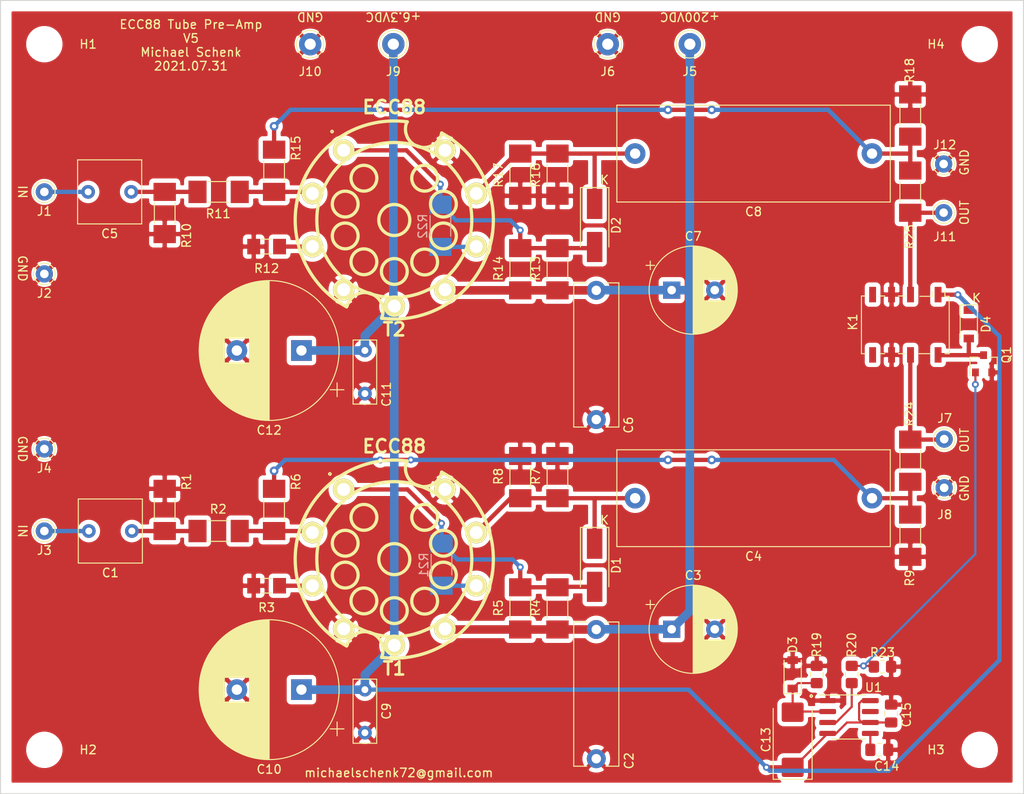
<source format=kicad_pcb>
(kicad_pcb (version 20171130) (host pcbnew "(5.1.10-0-10_14)")
  (layers (0 F.Cu signal) (31 B.Cu signal) (34 B.Paste user) (35 F.Paste user) (36 B.SilkS user) (37 F.SilkS user) (38 B.Mask user) (39 F.Mask user) (44 Edge.Cuts user))
  (net 0 "")
  (net 1 "Net-(C1-Pad2)")
  (net 2 "Net-(C1-Pad1)")
  (net 3 GND)
  (net 4 VDDA)
  (net 5 "Net-(C4-Pad2)")
  (net 6 "Net-(C4-Pad1)")
  (net 7 VDDF)
  (net 8 "Net-(R2-Pad1)")
  (net 9 "Net-(R3-Pad1)")
  (net 10 "Net-(C5-Pad2)")
  (net 11 "Net-(C5-Pad1)")
  (net 12 "Net-(C8-Pad2)")
  (net 13 "Net-(C8-Pad1)")
  (net 14 "Net-(R11-Pad1)")
  (net 15 "Net-(R12-Pad1)")
  (net 16 "Net-(D1-Pad2)")
  (net 17 "Net-(D2-Pad2)")
  (net 18 "Net-(R21-Pad2)")
  (net 19 "Net-(R22-Pad2)")
  (net 20 "Net-(C13-Pad2)")
  (net 21 "Net-(C14-Pad1)")
  (net 22 "Net-(D4-Pad2)")
  (net 23 "Net-(J11-Pad1)")
  (net 24 "Net-(Q1-Pad1)")
  (net 25 "Net-(R20-Pad2)")
  (net 26 "Net-(J7-Pad1)")
  (module Capacitor_THT:CP_Radial_D10.0mm_P5.00mm (layer F.Cu) (at 116.6368 104.7496)
    (fp_text reference C7 (at 2.5 -6.25) (layer F.SilkS))
    (fp_text value 10uF/450V)
    (pad 2 thru_hole circle (at 5 0) (size 2 2) (drill 1) (layers *.Cu *.Mask) (net 3 GND))
    (pad 1 thru_hole rect (at 0 0) (size 2 2) (drill 1) (layers *.Cu *.Mask) (net 4 VDDA))
  )
  (module Capacitor_THT:CP_Radial_D10.0mm_P5.00mm (layer F.Cu) (at 116.6368 144.1196)
    (fp_text reference C3 (at 2.5 -6.25) (layer F.SilkS))
    (fp_text value 10uF/450V)
    (pad 2 thru_hole circle (at 5 0) (size 2 2) (drill 1) (layers *.Cu *.Mask) (net 3 GND))
    (pad 1 thru_hole rect (at 0 0) (size 2 2) (drill 1) (layers *.Cu *.Mask) (net 4 VDDA))
  )
  (module Resistor_SMD:R_MELF_MMB-0207 (layer F.Cu) (at 144.3355 124.55 270)
    (fp_text reference R24 (at -5.424 0.0635 90) (layer F.SilkS))
    (fp_text value 470R)
    (pad 2 smd rect (at 2.45 0 270) (size 2.1 2.6) (layers F.Cu F.Paste F.Mask) (net 6 "Net-(C4-Pad1)"))
    (pad 1 smd rect (at -2.45 0 270) (size 2.1 2.6) (layers F.Cu F.Paste F.Mask) (net 26 "Net-(J7-Pad1)"))
  )
  (module Resistor_SMD:R_MELF_MMB-0207 (layer F.Cu) (at 144.3355 93.3185 90)
    (fp_text reference R25 (at -5.2335 -0.0635 90) (layer F.SilkS))
    (fp_text value 470R)
    (pad 2 smd rect (at 2.45 0 90) (size 2.1 2.6) (layers F.Cu F.Paste F.Mask) (net 13 "Net-(C8-Pad1)"))
    (pad 1 smd rect (at -2.45 0 90) (size 2.1 2.6) (layers F.Cu F.Paste F.Mask) (net 23 "Net-(J11-Pad1)"))
  )
  (module Relay_SMD:Relay_DPDT_Omron_G6K-2F-Y (layer F.Cu) (at 143.764 108.768 270)
    (fp_text reference K1 (at -0.31 6.096 90) (layer F.SilkS))
    (fp_text value G6K-2)
    (pad 1 smd rect (at -3.5 -3.8 270) (size 1.8 0.8) (layers F.Cu F.Paste F.Mask) (net 7 VDDF))
    (pad 2 smd rect (at -3.5 -0.6 270) (size 1.8 0.8) (layers F.Cu F.Paste F.Mask) (net 23 "Net-(J11-Pad1)"))
    (pad 3 smd rect (at -3.5 1.6 270) (size 1.8 0.8) (layers F.Cu F.Paste F.Mask) (net 3 GND))
    (pad 4 smd rect (at -3.5 3.8 270) (size 1.8 0.8) (layers F.Cu F.Paste F.Mask))
    (pad 5 smd rect (at 3.5 3.8 270) (size 1.8 0.8) (layers F.Cu F.Paste F.Mask))
    (pad 6 smd rect (at 3.5 1.6 270) (size 1.8 0.8) (layers F.Cu F.Paste F.Mask) (net 3 GND))
    (pad 7 smd rect (at 3.5 -0.6 270) (size 1.8 0.8) (layers F.Cu F.Paste F.Mask) (net 26 "Net-(J7-Pad1)"))
    (pad 8 smd rect (at 3.5 -3.8 270) (size 1.8 0.8) (layers F.Cu F.Paste F.Mask) (net 22 "Net-(D4-Pad2)"))
  )
  (module Package_SO:SOIC-8_3.9x4.9mm_P1.27mm (layer F.Cu) (at 137.222 154.305)
    (fp_text reference U1 (at 2.859 -3.429) (layer F.SilkS))
    (fp_text value TLC555xD)
    (pad 8 smd roundrect (at 2.475 -1.905) (size 1.95 0.6) (layers F.Cu F.Paste F.Mask) (net 7 VDDF))
    (pad 7 smd roundrect (at 2.475 -0.635) (size 1.95 0.6) (layers F.Cu F.Paste F.Mask))
    (pad 6 smd roundrect (at 2.475 0.635) (size 1.95 0.6) (layers F.Cu F.Paste F.Mask) (net 7 VDDF))
    (pad 5 smd roundrect (at 2.475 1.905) (size 1.95 0.6) (layers F.Cu F.Paste F.Mask) (net 21 "Net-(C14-Pad1)"))
    (pad 4 smd roundrect (at -2.475 1.905) (size 1.95 0.6) (layers F.Cu F.Paste F.Mask) (net 7 VDDF))
    (pad 3 smd roundrect (at -2.475 0.635) (size 1.95 0.6) (layers F.Cu F.Paste F.Mask) (net 25 "Net-(R20-Pad2)"))
    (pad 2 smd roundrect (at -2.475 -0.635) (size 1.95 0.6) (layers F.Cu F.Paste F.Mask) (net 20 "Net-(C13-Pad2)"))
    (pad 1 smd roundrect (at -2.475 -1.905) (size 1.95 0.6) (layers F.Cu F.Paste F.Mask) (net 3 GND))
  )
  (module Resistor_SMD:R_0805_2012Metric_Pad1.20x1.40mm_HandSolder (layer F.Cu) (at 141.113 148.463)
    (fp_text reference R23 (at 0 -1.65) (layer F.SilkS))
    (fp_text value 2.49k)
    (pad 2 smd roundrect (at 1 0) (size 1.2 1.4) (layers F.Cu F.Paste F.Mask) (roundrect_rratio 0.2083325) (net 3 GND))
    (pad 1 smd roundrect (at -1 0) (size 1.2 1.4) (layers F.Cu F.Paste F.Mask) (roundrect_rratio 0.2083325) (net 24 "Net-(Q1-Pad1)"))
  )
  (module Resistor_SMD:R_0805_2012Metric_Pad1.20x1.40mm_HandSolder (layer F.Cu) (at 137.541 149.368 270)
    (fp_text reference R20 (at -3.445 0 90) (layer F.SilkS))
    (fp_text value 2.49k)
    (pad 2 smd roundrect (at 1 0 270) (size 1.2 1.4) (layers F.Cu F.Paste F.Mask) (roundrect_rratio 0.2083325) (net 25 "Net-(R20-Pad2)"))
    (pad 1 smd roundrect (at -1 0 270) (size 1.2 1.4) (layers F.Cu F.Paste F.Mask) (roundrect_rratio 0.2083325) (net 24 "Net-(Q1-Pad1)"))
  )
  (module Resistor_SMD:R_0805_2012Metric_Pad1.20x1.40mm_HandSolder (layer F.Cu) (at 133.477 149.368 90)
    (fp_text reference R19 (at 3.445 0 90) (layer F.SilkS))
    (fp_text value 2Meg)
    (pad 2 smd roundrect (at 1 0 90) (size 1.2 1.4) (layers F.Cu F.Paste F.Mask) (roundrect_rratio 0.2083325) (net 3 GND))
    (pad 1 smd roundrect (at -1 0 90) (size 1.2 1.4) (layers F.Cu F.Paste F.Mask) (roundrect_rratio 0.2083325) (net 20 "Net-(C13-Pad2)"))
  )
  (module Package_TO_SOT_SMD:SOT-23 (layer F.Cu) (at 152.847 113.3 90)
    (fp_text reference Q1 (at 1.032 2.667 90) (layer F.SilkS))
    (fp_text value MMBT3904)
    (pad 3 smd rect (at 1 0 90) (size 0.9 0.8) (layers F.Cu F.Paste F.Mask) (net 22 "Net-(D4-Pad2)"))
    (pad 2 smd rect (at -1 0.95 90) (size 0.9 0.8) (layers F.Cu F.Paste F.Mask) (net 3 GND))
    (pad 1 smd rect (at -1 -0.95 90) (size 0.9 0.8) (layers F.Cu F.Paste F.Mask) (net 24 "Net-(Q1-Pad1)"))
  )
  (module Diode_SMD:D_SOD-123 (layer F.Cu) (at 151.13 108.712 270)
    (fp_text reference D4 (at 0 -2 90) (layer F.SilkS))
    (fp_text value 1N4148W)
    (pad 2 smd rect (at 1.65 0 270) (size 0.9 1.2) (layers F.Cu F.Paste F.Mask) (net 22 "Net-(D4-Pad2)"))
    (pad 1 smd rect (at -1.65 0 270) (size 0.9 1.2) (layers F.Cu F.Paste F.Mask) (net 7 VDDF))
  )
  (module Diode_SMD:D_SOD-123 (layer F.Cu) (at 130.683 149.352 90)
    (fp_text reference D3 (at 3.429 0 90) (layer F.SilkS))
    (fp_text value 1N4148W)
    (pad 2 smd rect (at 1.65 0 90) (size 0.9 1.2) (layers F.Cu F.Paste F.Mask) (net 3 GND))
    (pad 1 smd rect (at -1.65 0 90) (size 0.9 1.2) (layers F.Cu F.Paste F.Mask) (net 20 "Net-(C13-Pad2)"))
  )
  (module Capacitor_SMD:C_0805_2012Metric_Pad1.18x1.45mm_HandSolder (layer F.Cu) (at 142.113 153.9025 90)
    (fp_text reference C15 (at -0.1485 1.778 90) (layer F.SilkS))
    (fp_text value 100nF/50V)
    (pad 2 smd roundrect (at 1.0375 0 90) (size 1.175 1.45) (layers F.Cu F.Paste F.Mask) (roundrect_rratio 0.2127659574468085) (net 3 GND))
    (pad 1 smd roundrect (at -1.0375 0 90) (size 1.175 1.45) (layers F.Cu F.Paste F.Mask) (roundrect_rratio 0.2127659574468085) (net 7 VDDF))
  )
  (module Capacitor_SMD:C_0805_2012Metric_Pad1.18x1.45mm_HandSolder (layer F.Cu) (at 140.7375 158.115)
    (fp_text reference C14 (at 0.8675 1.905) (layer F.SilkS))
    (fp_text value 100nF/50V)
    (pad 2 smd roundrect (at 1.0375 0) (size 1.175 1.45) (layers F.Cu F.Paste F.Mask) (roundrect_rratio 0.2127659574468085) (net 3 GND))
    (pad 1 smd roundrect (at -1.0375 0) (size 1.175 1.45) (layers F.Cu F.Paste F.Mask) (roundrect_rratio 0.2127659574468085) (net 21 "Net-(C14-Pad1)"))
  )
  (module Capacitor_Tantalum_SMD:CP_EIA-7343-31_Kemet-D_Pad2.25x2.55mm_HandSolder (layer F.Cu) (at 130.683 156.947 90)
    (fp_text reference C13 (at 0 -3.1 90) (layer F.SilkS))
    (fp_text value 15uF/25V)
    (pad 2 smd roundrect (at 3.2 0 90) (size 2.25 2.55) (layers F.Cu F.Paste F.Mask) (roundrect_rratio 0.1111106666666667) (net 20 "Net-(C13-Pad2)"))
    (pad 1 smd roundrect (at -3.2 0 90) (size 2.25 2.55) (layers F.Cu F.Paste F.Mask) (roundrect_rratio 0.1111106666666667) (net 7 VDDF))
  )
  (module kicad-snk:TubeNoval-ECC88 (layer F.Cu) (at 84.43976 96.6089 180)
    (fp_text reference T2 (at 0 -12.7) (layer F.SilkS) (effects (font (size 1.524 1.524) (thickness 0.3048))))
    (fp_text value ECC88 (at 0 13.09878) (layer F.SilkS) (effects (font (size 1.524 1.524) (thickness 0.3048))))
    (pad 1 thru_hole circle (at 5.87756 8.0899 180) (size 2.49936 2.49936) (drill 1.4986) (layers *.Cu *.Mask F.SilkS) (net 17 "Net-(D2-Pad2)"))
    (pad 2 thru_hole circle (at 9.50976 3.0861 180) (size 2.49936 2.49936) (drill 1.4986) (layers *.Cu *.Mask F.SilkS) (net 14 "Net-(R11-Pad1)"))
    (pad 3 thru_hole circle (at 9.50976 -3.0861 180) (size 2.49936 2.49936) (drill 1.4986) (layers *.Cu *.Mask F.SilkS) (net 15 "Net-(R12-Pad1)"))
    (pad 4 thru_hole circle (at 5.87756 -8.0899 180) (size 2.49936 2.49936) (drill 1.4986) (layers *.Cu *.Mask F.SilkS) (net 3 GND))
    (pad 5 thru_hole circle (at 0 -9.99998 180) (size 2.49936 2.49936) (drill 1.4986) (layers *.Cu *.Mask F.SilkS) (net 7 VDDF))
    (pad 6 thru_hole circle (at -5.87756 -8.0899 180) (size 2.49936 2.49936) (drill 1.4986) (layers *.Cu *.Mask F.SilkS) (net 4 VDDA))
    (pad 7 thru_hole circle (at -9.50976 -3.0861 180) (size 2.49936 2.49936) (drill 1.4986) (layers *.Cu *.Mask F.SilkS) (net 19 "Net-(R22-Pad2)"))
    (pad 8 thru_hole circle (at -9.50976 3.0861 180) (size 2.49936 2.49936) (drill 1.4986) (layers *.Cu *.Mask F.SilkS) (net 12 "Net-(C8-Pad2)"))
    (pad 9 thru_hole circle (at -5.87756 8.0899 180) (size 2.49936 2.49936) (drill 1.4986) (layers *.Cu *.Mask F.SilkS) (net 3 GND))
  )
  (module kicad-snk:TubeNoval-ECC88 (layer F.Cu) (at 84.43976 135.9789 180)
    (fp_text reference T1 (at 0 -12.7) (layer F.SilkS) (effects (font (size 1.524 1.524) (thickness 0.3048))))
    (fp_text value ECC88 (at 0 13.09878) (layer F.SilkS) (effects (font (size 1.524 1.524) (thickness 0.3048))))
    (pad 1 thru_hole circle (at 5.87756 8.0899 180) (size 2.49936 2.49936) (drill 1.4986) (layers *.Cu *.Mask F.SilkS) (net 16 "Net-(D1-Pad2)"))
    (pad 2 thru_hole circle (at 9.50976 3.0861 180) (size 2.49936 2.49936) (drill 1.4986) (layers *.Cu *.Mask F.SilkS) (net 8 "Net-(R2-Pad1)"))
    (pad 3 thru_hole circle (at 9.50976 -3.0861 180) (size 2.49936 2.49936) (drill 1.4986) (layers *.Cu *.Mask F.SilkS) (net 9 "Net-(R3-Pad1)"))
    (pad 4 thru_hole circle (at 5.87756 -8.0899 180) (size 2.49936 2.49936) (drill 1.4986) (layers *.Cu *.Mask F.SilkS) (net 3 GND))
    (pad 5 thru_hole circle (at 0 -9.99998 180) (size 2.49936 2.49936) (drill 1.4986) (layers *.Cu *.Mask F.SilkS) (net 7 VDDF))
    (pad 6 thru_hole circle (at -5.87756 -8.0899 180) (size 2.49936 2.49936) (drill 1.4986) (layers *.Cu *.Mask F.SilkS) (net 4 VDDA))
    (pad 7 thru_hole circle (at -9.50976 -3.0861 180) (size 2.49936 2.49936) (drill 1.4986) (layers *.Cu *.Mask F.SilkS) (net 18 "Net-(R21-Pad2)"))
    (pad 8 thru_hole circle (at -9.50976 3.0861 180) (size 2.49936 2.49936) (drill 1.4986) (layers *.Cu *.Mask F.SilkS) (net 5 "Net-(C4-Pad2)"))
    (pad 9 thru_hole circle (at -5.87756 8.0899 180) (size 2.49936 2.49936) (drill 1.4986) (layers *.Cu *.Mask F.SilkS) (net 3 GND))
  )
  (module Diode_SMD:D_SMA_Handsoldering (layer F.Cu) (at 107.696 97.242 270)
    (fp_text reference D2 (at 0 -2.5 90) (layer F.SilkS))
    (fp_text value 1N4007)
    (pad 2 smd rect (at 2.5 0 270) (size 3.5 1.8) (layers F.Cu F.Paste F.Mask) (net 17 "Net-(D2-Pad2)"))
    (pad 1 smd rect (at -2.5 0 270) (size 3.5 1.8) (layers F.Cu F.Paste F.Mask) (net 12 "Net-(C8-Pad2)"))
  )
  (module Diode_SMD:D_SMA_Handsoldering (layer F.Cu) (at 107.696 136.692 270)
    (fp_text reference D1 (at 0 -2.5 90) (layer F.SilkS))
    (fp_text value 1N4007)
    (pad 2 smd rect (at 2.5 0 270) (size 3.5 1.8) (layers F.Cu F.Paste F.Mask) (net 16 "Net-(D1-Pad2)"))
    (pad 1 smd rect (at -2.5 0 270) (size 3.5 1.8) (layers F.Cu F.Paste F.Mask) (net 5 "Net-(C4-Pad2)"))
  )
  (module Resistor_SMD:R_MELF_MMB-0207 (layer B.Cu) (at 89.789 97.282 270)
    (fp_text reference R22 (at 0.05 2.05 270) (layer B.SilkS) (effects (justify mirror)))
    (fp_text value 100R)
    (pad 2 smd rect (at 2.45 0 270) (size 2.1 2.6) (layers B.Cu B.Paste B.Mask) (net 19 "Net-(R22-Pad2)"))
    (pad 1 smd rect (at -2.45 0 270) (size 2.1 2.6) (layers B.Cu B.Paste B.Mask) (net 17 "Net-(D2-Pad2)"))
  )
  (module Resistor_SMD:R_MELF_MMB-0207 (layer B.Cu) (at 89.916 136.615 270)
    (fp_text reference R21 (at 0.05 2.05 90) (layer B.SilkS) (effects (justify mirror)))
    (fp_text value 100R)
    (pad 2 smd rect (at 2.45 0 270) (size 2.1 2.6) (layers B.Cu B.Paste B.Mask) (net 18 "Net-(R21-Pad2)"))
    (pad 1 smd rect (at -2.45 0 270) (size 2.1 2.6) (layers B.Cu B.Paste B.Mask) (net 16 "Net-(D1-Pad2)"))
  )
  (module Capacitor_THT:C_Rect_L31.5mm_W11.0mm_P27.50mm_MKS4 (layer F.Cu) (at 139.895 88.9 180)
    (fp_text reference C8 (at 13.75 -6.75) (layer F.SilkS))
    (fp_text value 2.2uF)
    (pad 2 thru_hole circle (at 27.5 0 180) (size 2.4 2.4) (drill 1.2) (layers *.Cu *.Mask) (net 12 "Net-(C8-Pad2)"))
    (pad 1 thru_hole circle (at 0 0 180) (size 2.4 2.4) (drill 1.2) (layers *.Cu *.Mask) (net 13 "Net-(C8-Pad1)"))
  )
  (module Capacitor_THT:C_Rect_L31.5mm_W11.0mm_P27.50mm_MKS4 (layer F.Cu) (at 139.895 128.905 180)
    (fp_text reference C4 (at 13.75 -6.75) (layer F.SilkS))
    (fp_text value 2.2uF)
    (pad 2 thru_hole circle (at 27.5 0 180) (size 2.4 2.4) (drill 1.2) (layers *.Cu *.Mask) (net 5 "Net-(C4-Pad2)"))
    (pad 1 thru_hole circle (at 0 0 180) (size 2.4 2.4) (drill 1.2) (layers *.Cu *.Mask) (net 6 "Net-(C4-Pad1)"))
  )
  (module Capacitor_THT:CP_Radial_D16.0mm_P7.50mm (layer F.Cu) (at 73.66 111.76 180)
    (fp_text reference C12 (at 3.75 -9.25) (layer F.SilkS))
    (fp_text value 2200uF)
    (pad 2 thru_hole circle (at 7.5 0 180) (size 2.4 2.4) (drill 1.2) (layers *.Cu *.Mask) (net 3 GND))
    (pad 1 thru_hole rect (at 0 0 180) (size 2.4 2.4) (drill 1.2) (layers *.Cu *.Mask) (net 7 VDDF))
  )
  (module Capacitor_THT:C_Rect_L7.2mm_W2.5mm_P5.00mm_FKS2_FKP2_MKS2_MKP2 (layer F.Cu) (at 81.026 111.76 270)
    (fp_text reference C11 (at 5.08 -2.5 90) (layer F.SilkS))
    (fp_text value 100nF)
    (pad 2 thru_hole circle (at 5 0 270) (size 1.6 1.6) (drill 0.8) (layers *.Cu *.Mask) (net 3 GND))
    (pad 1 thru_hole circle (at 0 0 270) (size 1.6 1.6) (drill 0.8) (layers *.Cu *.Mask) (net 7 VDDF))
  )
  (module Capacitor_THT:CP_Radial_D16.0mm_P7.50mm (layer F.Cu) (at 73.66 151.13 180)
    (fp_text reference C10 (at 3.75 -9.25) (layer F.SilkS))
    (fp_text value 2200uF)
    (pad 2 thru_hole circle (at 7.5 0 180) (size 2.4 2.4) (drill 1.2) (layers *.Cu *.Mask) (net 3 GND))
    (pad 1 thru_hole rect (at 0 0 180) (size 2.4 2.4) (drill 1.2) (layers *.Cu *.Mask) (net 7 VDDF))
  )
  (module Capacitor_THT:C_Rect_L7.2mm_W2.5mm_P5.00mm_FKS2_FKP2_MKS2_MKP2 (layer F.Cu) (at 81.026 151.13 270)
    (fp_text reference C9 (at 2.5 -2.5 90) (layer F.SilkS))
    (fp_text value 100nF)
    (pad 2 thru_hole circle (at 5 0 270) (size 1.6 1.6) (drill 0.8) (layers *.Cu *.Mask) (net 3 GND))
    (pad 1 thru_hole circle (at 0 0 270) (size 1.6 1.6) (drill 0.8) (layers *.Cu *.Mask) (net 7 VDDF))
  )
  (module Resistor_SMD:R_MELF_MMB-0207 (layer F.Cu) (at 144.3355 84.4815 90)
    (fp_text reference R18 (at 5.2335 -0.0635 90) (layer F.SilkS))
    (fp_text value 1Meg)
    (pad 2 smd rect (at 2.45 0 90) (size 2.1 2.6) (layers F.Cu F.Paste F.Mask) (net 3 GND))
    (pad 1 smd rect (at -2.45 0 90) (size 2.1 2.6) (layers F.Cu F.Paste F.Mask) (net 13 "Net-(C8-Pad1)"))
  )
  (module Resistor_SMD:R_MELF_MMB-0207 (layer F.Cu) (at 99.06 91.35 270)
    (fp_text reference R17 (at 0.05 2.54 90) (layer F.SilkS))
    (fp_text value 39k)
    (pad 2 smd rect (at 2.45 0 270) (size 2.1 2.6) (layers F.Cu F.Paste F.Mask) (net 3 GND))
    (pad 1 smd rect (at -2.45 0 270) (size 2.1 2.6) (layers F.Cu F.Paste F.Mask) (net 12 "Net-(C8-Pad2)"))
  )
  (module Resistor_SMD:R_MELF_MMB-0207 (layer F.Cu) (at 103.378 91.35 270)
    (fp_text reference R16 (at 0.05 2.54 90) (layer F.SilkS))
    (fp_text value 56k)
    (pad 2 smd rect (at 2.45 0 270) (size 2.1 2.6) (layers F.Cu F.Paste F.Mask) (net 3 GND))
    (pad 1 smd rect (at -2.45 0 270) (size 2.1 2.6) (layers F.Cu F.Paste F.Mask) (net 12 "Net-(C8-Pad2)"))
  )
  (module Resistor_SMD:R_MELF_MMB-0207 (layer F.Cu) (at 70.485 90.895 270)
    (fp_text reference R15 (at -2.63 -2.54 90) (layer F.SilkS))
    (fp_text value 100k)
    (pad 2 smd rect (at 2.45 0 270) (size 2.1 2.6) (layers F.Cu F.Paste F.Mask) (net 14 "Net-(R11-Pad1)"))
    (pad 1 smd rect (at -2.45 0 270) (size 2.1 2.6) (layers F.Cu F.Paste F.Mask) (net 13 "Net-(C8-Pad1)"))
  )
  (module Resistor_SMD:R_MELF_MMB-0207 (layer F.Cu) (at 99.06 102.325 90)
    (fp_text reference R14 (at 0.09 -2.54 90) (layer F.SilkS))
    (fp_text value 39k)
    (pad 2 smd rect (at 2.45 0 90) (size 2.1 2.6) (layers F.Cu F.Paste F.Mask) (net 17 "Net-(D2-Pad2)"))
    (pad 1 smd rect (at -2.45 0 90) (size 2.1 2.6) (layers F.Cu F.Paste F.Mask) (net 4 VDDA))
  )
  (module Resistor_SMD:R_MELF_MMB-0207 (layer F.Cu) (at 103.378 102.325 90)
    (fp_text reference R13 (at 0.09 -2.54 90) (layer F.SilkS))
    (fp_text value 56k)
    (pad 2 smd rect (at 2.45 0 90) (size 2.1 2.6) (layers F.Cu F.Paste F.Mask) (net 17 "Net-(D2-Pad2)"))
    (pad 1 smd rect (at -2.45 0 90) (size 2.1 2.6) (layers F.Cu F.Paste F.Mask) (net 4 VDDA))
  )
  (module Resistor_SMD:R_MiniMELF_MMA-0204 (layer F.Cu) (at 69.62 99.695 180)
    (fp_text reference R12 (at 0 -2.54) (layer F.SilkS))
    (fp_text value 1.21k)
    (pad 2 smd rect (at 1.5 0 180) (size 1.5 1.8) (layers F.Cu F.Paste F.Mask) (net 3 GND))
    (pad 1 smd rect (at -1.5 0 180) (size 1.5 1.8) (layers F.Cu F.Paste F.Mask) (net 15 "Net-(R12-Pad1)"))
  )
  (module Resistor_SMD:R_MELF_MMB-0207 (layer F.Cu) (at 64.045 93.345 180)
    (fp_text reference R11 (at 0.05 -2.54) (layer F.SilkS))
    (fp_text value 47k)
    (pad 2 smd rect (at 2.45 0 180) (size 2.1 2.6) (layers F.Cu F.Paste F.Mask) (net 11 "Net-(C5-Pad1)"))
    (pad 1 smd rect (at -2.45 0 180) (size 2.1 2.6) (layers F.Cu F.Paste F.Mask) (net 14 "Net-(R11-Pad1)"))
  )
  (module Resistor_SMD:R_MELF_MMB-0207 (layer F.Cu) (at 57.785 95.795 270)
    (fp_text reference R10 (at 2.63 -2.54 90) (layer F.SilkS))
    (fp_text value 1Meg)
    (pad 2 smd rect (at 2.45 0 270) (size 2.1 2.6) (layers F.Cu F.Paste F.Mask) (net 3 GND))
    (pad 1 smd rect (at -2.45 0 270) (size 2.1 2.6) (layers F.Cu F.Paste F.Mask) (net 11 "Net-(C5-Pad1)"))
  )
  (module Connector_Pin:Pin_D1.0mm_L10.0mm (layer F.Cu) (at 148.209 90.1065)
    (fp_text reference J12 (at 0.127 -2.2225) (layer F.SilkS))
    (fp_text value Conn_01x01)
    (pad 1 thru_hole circle (at 0 0) (size 2 2) (drill 1) (layers *.Cu *.Mask) (net 3 GND))
  )
  (module Connector_Pin:Pin_D1.0mm_L10.0mm (layer F.Cu) (at 148.209 95.758)
    (fp_text reference J11 (at 0.127 2.794) (layer F.SilkS))
    (fp_text value Conn_01x01)
    (pad 1 thru_hole circle (at 0 0) (size 2 2) (drill 1) (layers *.Cu *.Mask) (net 23 "Net-(J11-Pad1)"))
  )
  (module Connector_Pin:Pin_D1.3mm_L11.0mm (layer F.Cu) (at 74.676 76.2)
    (fp_text reference J10 (at 0 3.175) (layer F.SilkS))
    (fp_text value Conn_01x01)
    (pad 1 thru_hole circle (at 0 0) (size 2.6 2.6) (drill 1.3) (layers *.Cu *.Mask) (net 3 GND))
  )
  (module Connector_Pin:Pin_D1.3mm_L11.0mm (layer F.Cu) (at 84.328 76.2)
    (fp_text reference J9 (at 0 3.175) (layer F.SilkS))
    (fp_text value Conn_01x01)
    (pad 1 thru_hole circle (at 0 0) (size 2.6 2.6) (drill 1.3) (layers *.Cu *.Mask) (net 7 VDDF))
  )
  (module Connector_Pin:Pin_D1.0mm_L10.0mm (layer F.Cu) (at 43.815 102.87)
    (fp_text reference J2 (at 0 2.25) (layer F.SilkS))
    (fp_text value Conn_01x01)
    (pad 1 thru_hole circle (at 0 0) (size 2 2) (drill 1) (layers *.Cu *.Mask) (net 3 GND))
  )
  (module Connector_Pin:Pin_D1.0mm_L10.0mm (layer F.Cu) (at 43.815 93.345)
    (fp_text reference J1 (at 0 2.25) (layer F.SilkS))
    (fp_text value Conn_01x01)
    (pad 1 thru_hole circle (at 0 0) (size 2 2) (drill 1) (layers *.Cu *.Mask) (net 10 "Net-(C5-Pad2)"))
  )
  (module Capacitor_THT:C_Rect_L16.5mm_W5.0mm_P15.00mm_MKT (layer F.Cu) (at 107.8865 104.775 270)
    (fp_text reference C6 (at 15.635 -3.75 90) (layer F.SilkS))
    (fp_text value 100nF)
    (pad 2 thru_hole circle (at 15 0 270) (size 2.2 2.2) (drill 1.1) (layers *.Cu *.Mask) (net 3 GND))
    (pad 1 thru_hole circle (at 0 0 270) (size 2.2 2.2) (drill 1.1) (layers *.Cu *.Mask) (net 4 VDDA))
  )
  (module Capacitor_THT:C_Rect_L7.2mm_W7.2mm_P5.00mm_FKS2_FKP2_MKS2_MKP2 (layer F.Cu) (at 53.895 93.345 180)
    (fp_text reference C5 (at 2.5 -4.85) (layer F.SilkS))
    (fp_text value 3.3uF)
    (pad 2 thru_hole circle (at 5 0 180) (size 1.6 1.6) (drill 0.8) (layers *.Cu *.Mask) (net 10 "Net-(C5-Pad2)"))
    (pad 1 thru_hole circle (at 0 0 180) (size 1.6 1.6) (drill 0.8) (layers *.Cu *.Mask) (net 11 "Net-(C5-Pad1)"))
  )
  (module Resistor_SMD:R_MELF_MMB-0207 (layer F.Cu) (at 144.3355 133.26 90)
    (fp_text reference R9 (at -4.916 -0.0635 90) (layer F.SilkS))
    (fp_text value 1Meg)
    (pad 2 smd rect (at 2.45 0 90) (size 2.1 2.6) (layers F.Cu F.Paste F.Mask) (net 6 "Net-(C4-Pad1)"))
    (pad 1 smd rect (at -2.45 0 90) (size 2.1 2.6) (layers F.Cu F.Paste F.Mask) (net 3 GND))
  )
  (module Resistor_SMD:R_MELF_MMB-0207 (layer F.Cu) (at 99.06 126.455 90)
    (fp_text reference R8 (at 0.09 -2.54 90) (layer F.SilkS))
    (fp_text value 39k)
    (pad 2 smd rect (at 2.45 0 90) (size 2.1 2.6) (layers F.Cu F.Paste F.Mask) (net 3 GND))
    (pad 1 smd rect (at -2.45 0 90) (size 2.1 2.6) (layers F.Cu F.Paste F.Mask) (net 5 "Net-(C4-Pad2)"))
  )
  (module Resistor_SMD:R_MELF_MMB-0207 (layer F.Cu) (at 103.378 126.455 90)
    (fp_text reference R7 (at 0.09 -2.54 90) (layer F.SilkS))
    (fp_text value 56k)
    (pad 2 smd rect (at 2.45 0 90) (size 2.1 2.6) (layers F.Cu F.Paste F.Mask) (net 3 GND))
    (pad 1 smd rect (at -2.45 0 90) (size 2.1 2.6) (layers F.Cu F.Paste F.Mask) (net 5 "Net-(C4-Pad2)"))
  )
  (module Resistor_SMD:R_MELF_MMB-0207 (layer F.Cu) (at 70.485 130.265 270)
    (fp_text reference R6 (at -3.265 -2.54 90) (layer F.SilkS))
    (fp_text value 100k)
    (pad 2 smd rect (at 2.45 0 270) (size 2.1 2.6) (layers F.Cu F.Paste F.Mask) (net 8 "Net-(R2-Pad1)"))
    (pad 1 smd rect (at -2.45 0 270) (size 2.1 2.6) (layers F.Cu F.Paste F.Mask) (net 6 "Net-(C4-Pad1)"))
  )
  (module Resistor_SMD:R_MELF_MMB-0207 (layer F.Cu) (at 99.06 141.695 90)
    (fp_text reference R5 (at 0.05 -2.54 90) (layer F.SilkS))
    (fp_text value 39k)
    (pad 2 smd rect (at 2.45 0 90) (size 2.1 2.6) (layers F.Cu F.Paste F.Mask) (net 16 "Net-(D1-Pad2)"))
    (pad 1 smd rect (at -2.45 0 90) (size 2.1 2.6) (layers F.Cu F.Paste F.Mask) (net 4 VDDA))
  )
  (module Resistor_SMD:R_MELF_MMB-0207 (layer F.Cu) (at 103.378 141.695 90)
    (fp_text reference R4 (at 0.05 -2.54 90) (layer F.SilkS))
    (fp_text value 56k)
    (pad 2 smd rect (at 2.45 0 90) (size 2.1 2.6) (layers F.Cu F.Paste F.Mask) (net 16 "Net-(D1-Pad2)"))
    (pad 1 smd rect (at -2.45 0 90) (size 2.1 2.6) (layers F.Cu F.Paste F.Mask) (net 4 VDDA))
  )
  (module Resistor_SMD:R_MiniMELF_MMA-0204 (layer F.Cu) (at 69.62 139.065 180)
    (fp_text reference R3 (at 0 -2.54) (layer F.SilkS))
    (fp_text value 1.21k)
    (pad 2 smd rect (at 1.5 0 180) (size 1.5 1.8) (layers F.Cu F.Paste F.Mask) (net 3 GND))
    (pad 1 smd rect (at -1.5 0 180) (size 1.5 1.8) (layers F.Cu F.Paste F.Mask) (net 9 "Net-(R3-Pad1)"))
  )
  (module Resistor_SMD:R_MELF_MMB-0207 (layer F.Cu) (at 64.045 132.715 180)
    (fp_text reference R2 (at 0.05 2.54) (layer F.SilkS))
    (fp_text value 47k)
    (pad 2 smd rect (at 2.45 0 180) (size 2.1 2.6) (layers F.Cu F.Paste F.Mask) (net 2 "Net-(C1-Pad1)"))
    (pad 1 smd rect (at -2.45 0 180) (size 2.1 2.6) (layers F.Cu F.Paste F.Mask) (net 8 "Net-(R2-Pad1)"))
  )
  (module Resistor_SMD:R_MELF_MMB-0207 (layer F.Cu) (at 57.785 130.265 90)
    (fp_text reference R1 (at 3.265 2.54 90) (layer F.SilkS))
    (fp_text value 1Meg)
    (pad 2 smd rect (at 2.45 0 90) (size 2.1 2.6) (layers F.Cu F.Paste F.Mask) (net 3 GND))
    (pad 1 smd rect (at -2.45 0 90) (size 2.1 2.6) (layers F.Cu F.Paste F.Mask) (net 2 "Net-(C1-Pad1)"))
  )
  (module Connector_Pin:Pin_D1.0mm_L10.0mm (layer F.Cu) (at 148.2725 127.6985)
    (fp_text reference J8 (at 0.0635 3.1115) (layer F.SilkS))
    (fp_text value Conn_01x01)
    (pad 1 thru_hole circle (at 0 0) (size 2 2) (drill 1) (layers *.Cu *.Mask) (net 3 GND))
  )
  (module Connector_Pin:Pin_D1.0mm_L10.0mm (layer F.Cu) (at 148.2725 122.047)
    (fp_text reference J7 (at 0.0635 -2.413) (layer F.SilkS))
    (fp_text value Conn_01x01)
    (pad 1 thru_hole circle (at 0 0) (size 2 2) (drill 1) (layers *.Cu *.Mask) (net 26 "Net-(J7-Pad1)"))
  )
  (module Connector_Pin:Pin_D1.3mm_L11.0mm (layer F.Cu) (at 109.22 76.2)
    (fp_text reference J6 (at 0 3.175) (layer F.SilkS))
    (fp_text value Conn_01x01)
    (pad 1 thru_hole circle (at 0 0) (size 2.6 2.6) (drill 1.3) (layers *.Cu *.Mask) (net 3 GND))
  )
  (module Connector_Pin:Pin_D1.3mm_L11.0mm (layer F.Cu) (at 118.745 76.2)
    (fp_text reference J5 (at 0 3.175) (layer F.SilkS))
    (fp_text value Conn_01x01)
    (pad 1 thru_hole circle (at 0 0) (size 2.6 2.6) (drill 1.3) (layers *.Cu *.Mask) (net 4 VDDA))
  )
  (module Connector_Pin:Pin_D1.0mm_L10.0mm (layer F.Cu) (at 43.815 123.19)
    (fp_text reference J4 (at 0 2.25) (layer F.SilkS))
    (fp_text value Conn_01x01)
    (pad 1 thru_hole circle (at 0 0) (size 2 2) (drill 1) (layers *.Cu *.Mask) (net 3 GND))
  )
  (module Connector_Pin:Pin_D1.0mm_L10.0mm (layer F.Cu) (at 43.815 132.715)
    (fp_text reference J3 (at 0 2.25) (layer F.SilkS))
    (fp_text value Conn_01x01)
    (pad 1 thru_hole circle (at 0 0) (size 2 2) (drill 1) (layers *.Cu *.Mask) (net 1 "Net-(C1-Pad2)"))
  )
  (module MountingHole:MountingHole_3.2mm_M3 (layer F.Cu) (at 152.4 76.2)
    (fp_text reference H4 (at -5.08 0) (layer F.SilkS))
    (fp_text value MountingHole)
    (pad 1 np_thru_hole circle (at 0 0) (size 3.2 3.2) (drill 3.2) (layers *.Cu *.Mask))
  )
  (module MountingHole:MountingHole_3.2mm_M3 (layer F.Cu) (at 152.4 158.115)
    (fp_text reference H3 (at -5.08 0) (layer F.SilkS))
    (fp_text value MountingHole)
    (pad 1 np_thru_hole circle (at 0 0) (size 3.2 3.2) (drill 3.2) (layers *.Cu *.Mask))
  )
  (module MountingHole:MountingHole_3.2mm_M3 (layer F.Cu) (at 43.815 158.115)
    (fp_text reference H2 (at 5.08 0) (layer F.SilkS))
    (fp_text value MountingHole)
    (pad 1 np_thru_hole circle (at 0 0) (size 3.2 3.2) (drill 3.2) (layers *.Cu *.Mask))
  )
  (module MountingHole:MountingHole_3.2mm_M3 (layer F.Cu) (at 43.815 76.2)
    (fp_text reference H1 (at 5.08 0) (layer F.SilkS))
    (fp_text value MountingHole)
    (pad 1 np_thru_hole circle (at 0 0) (size 3.2 3.2) (drill 3.2) (layers *.Cu *.Mask))
  )
  (module Capacitor_THT:C_Rect_L16.5mm_W5.0mm_P15.00mm_MKT (layer F.Cu) (at 107.8865 144.145 270)
    (fp_text reference C2 (at 15.24 -3.81 90) (layer F.SilkS))
    (fp_text value 100nF)
    (pad 2 thru_hole circle (at 15 0 270) (size 2.2 2.2) (drill 1.1) (layers *.Cu *.Mask) (net 3 GND))
    (pad 1 thru_hole circle (at 0 0 270) (size 2.2 2.2) (drill 1.1) (layers *.Cu *.Mask) (net 4 VDDA))
  )
  (module Capacitor_THT:C_Rect_L7.2mm_W7.2mm_P5.00mm_FKS2_FKP2_MKS2_MKP2 (layer F.Cu) (at 53.975 132.715 180)
    (fp_text reference C1 (at 2.5 -4.85) (layer F.SilkS))
    (fp_text value 3.3uF)
    (pad 2 thru_hole circle (at 5 0 180) (size 1.6 1.6) (drill 0.8) (layers *.Cu *.Mask) (net 1 "Net-(C1-Pad2)"))
    (pad 1 thru_hole circle (at 0 0 180) (size 1.6 1.6) (drill 0.8) (layers *.Cu *.Mask) (net 2 "Net-(C1-Pad1)"))
  )
  (gr_text ° (at 77.216 86.741) (layer F.SilkS) (effects (font (size 1 1))))
  (gr_text ° (at 76.962 126.492) (layer F.SilkS) (effects (font (size 1 1))))
  (gr_text ° (at 132.842 152.273) (layer F.SilkS) (effects (font (size 1 1))))
  (gr_text K (at 152.019 105.664) (layer F.SilkS) (effects (font (size 1 1))))
  (gr_text K (at 108.839 131.445) (layer F.SilkS) (effects (font (size 1 1))))
  (gr_text K (at 108.839 91.948) (layer F.SilkS) (effects (font (size 1 1))))
  (gr_text GND (at 74.676 73.025 180) (layer F.SilkS) (effects (font (size 1 1))))
  (gr_text GND (at 109.22 73.025 180) (layer F.SilkS) (effects (font (size 1 1))))
  (gr_text +6.3VDC (at 84.328 73.025 180) (layer F.SilkS) (effects (font (size 1 1))))
  (gr_text +200VDC (at 118.745 73.025 180) (layer F.SilkS) (effects (font (size 1 1))))
  (gr_text OUT (at 150.622 95.758 90) (layer F.SilkS) (effects (font (size 1 1))))
  (gr_text OUT (at 150.622 122.174 90) (layer F.SilkS) (effects (font (size 1 1))))
  (gr_text GND (at 150.622 127.762 90) (layer F.SilkS) (effects (font (size 1 1))))
  (gr_text GND (at 150.622 89.916 90) (layer F.SilkS) (effects (font (size 1 1))))
  (gr_text GND (at 41.275 102.235 270) (layer F.SilkS) (effects (font (size 1 1))))
  (gr_text GND (at 41.275 123.19 270) (layer F.SilkS) (effects (font (size 1 1))))
  (gr_text IN (at 41.275 132.715 270) (layer F.SilkS) (effects (font (size 1 1))))
  (gr_text IN (at 41.275 93.345 270) (layer F.SilkS) (effects (font (size 1 1))))
  (gr_text "ECC88 Tube Pre-Amp\nV5\nMichael Schenk\n2021.07.31" (at 60.833 76.327) (layer F.SilkS) (effects (font (size 1 1))))
  (gr_text michaelschenk72@gmail.com (at 84.963 160.782) (layer F.SilkS) (effects (font (size 1 1))))
  (gr_line (start 157.48 71.12) (end 157.48 163.195) (layer Edge.Cuts) (width 0.1))
  (gr_line (start 38.735 71.12) (end 157.48 71.12) (layer Edge.Cuts) (width 0.1))
  (gr_line (start 38.735 163.195) (end 38.735 71.12) (layer Edge.Cuts) (width 0.1))
  (gr_line (start 157.48 163.195) (end 38.735 163.195) (layer Edge.Cuts) (width 0.1))
  (segment (start 43.815 132.715) (end 48.975 132.715) (width 0.5) (layer B.Cu) (net 1))
  (segment (start 53.975 132.715) (end 57.785 132.715) (width 0.5) (layer F.Cu) (net 2))
  (segment (start 57.785 132.715) (end 61.595 132.715) (width 0.5) (layer F.Cu) (net 2))
  (segment (start 118.745 101.6) (end 118.745 76.2) (width 1) (layer B.Cu) (net 4))
  (segment (start 90.41 104.79148) (end 90.31732 104.6988) (width 1) (layer B.Cu) (net 4))
  (segment (start 90.17 144.21612) (end 90.31732 144.0688) (width 1) (layer B.Cu) (net 4))
  (segment (start 90.39352 144.145) (end 90.31732 144.0688) (width 1) (layer F.Cu) (net 4))
  (segment (start 99.06 144.145) (end 90.39352 144.145) (width 1) (layer F.Cu) (net 4))
  (segment (start 90.39352 104.775) (end 90.31732 104.6988) (width 1) (layer F.Cu) (net 4))
  (segment (start 99.06 104.775) (end 90.39352 104.775) (width 1) (layer F.Cu) (net 4))
  (segment (start 103.378 104.775) (end 99.06 104.775) (width 1) (layer F.Cu) (net 4))
  (segment (start 103.378 144.145) (end 99.06 144.145) (width 1) (layer F.Cu) (net 4))
  (segment (start 103.378 104.775) (end 107.8865 104.775) (width 1) (layer F.Cu) (net 4))
  (segment (start 103.378 144.145) (end 107.8865 144.145) (width 1) (layer F.Cu) (net 4))
  (segment (start 116.6114 104.775) (end 116.6368 104.7496) (width 1) (layer B.Cu) (net 4))
  (segment (start 107.9119 104.7496) (end 107.8865 104.775) (width 1) (layer B.Cu) (net 4))
  (segment (start 116.6368 104.7496) (end 107.9119 104.7496) (width 1) (layer B.Cu) (net 4))
  (segment (start 118.5164 104.7496) (end 118.745 104.521) (width 1) (layer B.Cu) (net 4))
  (segment (start 116.6368 104.7496) (end 118.5164 104.7496) (width 1) (layer B.Cu) (net 4))
  (segment (start 118.745 101.6) (end 118.745 104.521) (width 1) (layer B.Cu) (net 4))
  (segment (start 118.745 142.0114) (end 116.6368 144.1196) (width 1) (layer B.Cu) (net 4))
  (segment (start 118.745 104.521) (end 118.745 142.0114) (width 1) (layer B.Cu) (net 4))
  (segment (start 107.9119 144.1196) (end 107.8865 144.145) (width 1) (layer B.Cu) (net 4))
  (segment (start 116.6368 144.1196) (end 107.9119 144.1196) (width 1) (layer B.Cu) (net 4))
  (segment (start 97.93732 128.905) (end 99.06 128.905) (width 0.5) (layer F.Cu) (net 5))
  (segment (start 93.94952 132.8928) (end 97.93732 128.905) (width 0.5) (layer F.Cu) (net 5))
  (segment (start 99.06 128.905) (end 103.378 128.905) (width 0.5) (layer F.Cu) (net 5))
  (segment (start 107.696 134.192) (end 107.696 129.032) (width 0.5) (layer F.Cu) (net 5))
  (segment (start 107.823 128.905) (end 112.395 128.905) (width 0.5) (layer F.Cu) (net 5))
  (segment (start 107.696 129.032) (end 107.823 128.905) (width 0.5) (layer F.Cu) (net 5))
  (segment (start 103.378 128.905) (end 107.823 128.905) (width 0.5) (layer F.Cu) (net 5))
  (via (at 121.285 124.46) (size 1) (drill 0.5) (layers F.Cu B.Cu) (net 6))
  (via (at 116.205 124.46) (size 1) (drill 0.5) (layers F.Cu B.Cu) (net 6))
  (segment (start 121.285 124.46) (end 116.205 124.46) (width 0.5) (layer F.Cu) (net 6))
  (segment (start 116.205 124.46) (end 90.17 124.46) (width 0.5) (layer B.Cu) (net 6))
  (via (at 70.485 125.73) (size 1) (drill 0.5) (layers F.Cu B.Cu) (net 6))
  (segment (start 71.755 124.46) (end 70.485 125.73) (width 0.5) (layer B.Cu) (net 6))
  (segment (start 70.485 125.73) (end 70.485 127.815) (width 0.5) (layer F.Cu) (net 6))
  (via (at 82.804 124.46) (size 0.8) (drill 0.4) (layers F.Cu B.Cu) (net 6))
  (segment (start 71.755 124.46) (end 82.804 124.46) (width 0.5) (layer B.Cu) (net 6))
  (via (at 86.36 124.46) (size 0.8) (drill 0.4) (layers F.Cu B.Cu) (net 6))
  (segment (start 82.804 124.46) (end 86.36 124.46) (width 0.5) (layer F.Cu) (net 6))
  (segment (start 86.36 124.46) (end 90.17 124.46) (width 0.5) (layer B.Cu) (net 6))
  (segment (start 135.45 124.46) (end 139.895 128.905) (width 0.5) (layer B.Cu) (net 6))
  (segment (start 121.285 124.46) (end 135.45 124.46) (width 0.5) (layer B.Cu) (net 6))
  (segment (start 139.895 128.905) (end 144.272 128.905) (width 0.5) (layer F.Cu) (net 6))
  (segment (start 144.3355 130.81) (end 144.3355 127) (width 0.5) (layer F.Cu) (net 6))
  (segment (start 84.455 106.62412) (end 84.43976 106.60888) (width 1) (layer B.Cu) (net 7))
  (segment (start 84.455 145.99412) (end 84.43976 145.97888) (width 1) (layer B.Cu) (net 7))
  (segment (start 84.328 106.49712) (end 84.43976 106.60888) (width 1) (layer B.Cu) (net 7))
  (segment (start 84.328 76.2) (end 84.328 106.49712) (width 1) (layer B.Cu) (net 7))
  (segment (start 84.43976 106.60888) (end 84.43976 145.97888) (width 1) (layer B.Cu) (net 7))
  (segment (start 81.026 110.02264) (end 84.43976 106.60888) (width 1) (layer B.Cu) (net 7))
  (segment (start 81.026 111.76) (end 81.026 110.02264) (width 1) (layer B.Cu) (net 7))
  (segment (start 81.026 111.76) (end 73.66 111.76) (width 1) (layer B.Cu) (net 7))
  (segment (start 84.43976 145.97888) (end 81.026 149.39264) (width 1) (layer B.Cu) (net 7))
  (segment (start 81.026 149.39264) (end 81.026 151.13) (width 1) (layer B.Cu) (net 7))
  (segment (start 73.66 151.13) (end 81.026 151.13) (width 1) (layer B.Cu) (net 7))
  (segment (start 142.113 154.94) (end 139.697 154.94) (width 0.25) (layer F.Cu) (net 7))
  (segment (start 138.722 154.94) (end 139.697 154.94) (width 0.25) (layer F.Cu) (net 7))
  (segment (start 138.39699 152.72501) (end 138.39699 154.61499) (width 0.25) (layer F.Cu) (net 7))
  (segment (start 138.39699 154.61499) (end 138.722 154.94) (width 0.25) (layer F.Cu) (net 7))
  (segment (start 138.722 152.4) (end 138.39699 152.72501) (width 0.25) (layer F.Cu) (net 7))
  (segment (start 139.697 152.4) (end 138.722 152.4) (width 0.25) (layer F.Cu) (net 7))
  (segment (start 136.992 154.94) (end 139.697 154.94) (width 0.25) (layer F.Cu) (net 7))
  (segment (start 135.722 156.21) (end 136.992 154.94) (width 0.25) (layer F.Cu) (net 7))
  (segment (start 134.747 156.21) (end 135.722 156.21) (width 0.25) (layer F.Cu) (net 7))
  (segment (start 130.81 160.147) (end 134.747 156.21) (width 0.25) (layer F.Cu) (net 7))
  (segment (start 130.683 160.147) (end 130.81 160.147) (width 0.25) (layer F.Cu) (net 7))
  (via (at 127.635 160.147) (size 0.8) (drill 0.4) (layers F.Cu B.Cu) (net 7))
  (segment (start 130.683 160.147) (end 127.635 160.147) (width 0.5) (layer F.Cu) (net 7))
  (segment (start 128.034999 160.546999) (end 141.840001 160.546999) (width 0.5) (layer B.Cu) (net 7))
  (segment (start 127.635 160.147) (end 128.034999 160.546999) (width 0.5) (layer B.Cu) (net 7))
  (segment (start 141.840001 160.546999) (end 154.686 147.701) (width 0.5) (layer B.Cu) (net 7))
  (segment (start 151.131 107.061) (end 151.13 107.062) (width 0.5) (layer F.Cu) (net 7))
  (via (at 149.86 105.283) (size 0.8) (drill 0.4) (layers F.Cu B.Cu) (net 7))
  (segment (start 154.686 110.109) (end 149.86 105.283) (width 0.5) (layer B.Cu) (net 7))
  (segment (start 154.686 147.701) (end 154.686 110.109) (width 0.5) (layer B.Cu) (net 7))
  (segment (start 147.579 105.283) (end 147.564 105.268) (width 0.5) (layer F.Cu) (net 7))
  (segment (start 149.86 105.283) (end 147.579 105.283) (width 0.5) (layer F.Cu) (net 7))
  (segment (start 151.13 106.553) (end 149.86 105.283) (width 0.5) (layer F.Cu) (net 7))
  (segment (start 151.13 107.062) (end 151.13 106.553) (width 0.5) (layer F.Cu) (net 7))
  (segment (start 118.618 151.13) (end 127.635 160.147) (width 0.5) (layer B.Cu) (net 7))
  (segment (start 81.026 151.13) (end 118.618 151.13) (width 0.5) (layer B.Cu) (net 7))
  (segment (start 66.495 132.715) (end 70.485 132.715) (width 0.5) (layer F.Cu) (net 8))
  (segment (start 74.7522 132.715) (end 74.93 132.8928) (width 0.5) (layer F.Cu) (net 8))
  (segment (start 70.485 132.715) (end 74.7522 132.715) (width 0.5) (layer F.Cu) (net 8))
  (segment (start 71.12 139.065) (end 74.93 139.065) (width 0.5) (layer F.Cu) (net 9))
  (segment (start 43.815 93.345) (end 48.895 93.345) (width 0.5) (layer B.Cu) (net 10))
  (segment (start 53.895 93.345) (end 57.785 93.345) (width 0.5) (layer F.Cu) (net 11))
  (segment (start 57.785 93.345) (end 61.595 93.345) (width 0.5) (layer F.Cu) (net 11))
  (segment (start 98.57232 88.9) (end 99.06 88.9) (width 0.5) (layer F.Cu) (net 12))
  (segment (start 93.94952 93.5228) (end 98.57232 88.9) (width 0.5) (layer F.Cu) (net 12))
  (segment (start 106.045 88.9) (end 103.378 88.9) (width 0.5) (layer F.Cu) (net 12))
  (segment (start 103.378 88.9) (end 99.06 88.9) (width 0.5) (layer F.Cu) (net 12))
  (segment (start 107.696 88.9) (end 112.395 88.9) (width 0.5) (layer F.Cu) (net 12))
  (segment (start 106.045 88.9) (end 107.696 88.9) (width 0.5) (layer F.Cu) (net 12))
  (segment (start 107.696 94.742) (end 107.696 88.9) (width 0.5) (layer F.Cu) (net 12))
  (segment (start 139.895 88.9) (end 134.815 83.82) (width 0.5) (layer B.Cu) (net 13))
  (via (at 121.285 83.82) (size 1) (drill 0.5) (layers F.Cu B.Cu) (net 13))
  (segment (start 134.815 83.82) (end 121.285 83.82) (width 0.5) (layer B.Cu) (net 13))
  (via (at 116.205 83.82) (size 1) (drill 0.5) (layers F.Cu B.Cu) (net 13))
  (segment (start 121.285 83.82) (end 116.205 83.82) (width 0.5) (layer F.Cu) (net 13))
  (segment (start 116.205 83.82) (end 90.17 83.82) (width 0.5) (layer B.Cu) (net 13))
  (via (at 70.485 85.725) (size 1) (drill 0.5) (layers F.Cu B.Cu) (net 13))
  (segment (start 72.39 83.82) (end 70.485 85.725) (width 0.5) (layer B.Cu) (net 13))
  (segment (start 70.485 85.725) (end 70.485 88.445) (width 0.5) (layer F.Cu) (net 13))
  (via (at 82.804 83.82) (size 0.8) (drill 0.4) (layers F.Cu B.Cu) (net 13))
  (segment (start 72.39 83.82) (end 82.804 83.82) (width 0.5) (layer B.Cu) (net 13))
  (via (at 85.852 83.82) (size 0.8) (drill 0.4) (layers F.Cu B.Cu) (net 13))
  (segment (start 82.804 83.82) (end 85.852 83.82) (width 0.5) (layer F.Cu) (net 13))
  (segment (start 85.852 83.82) (end 90.17 83.82) (width 0.5) (layer B.Cu) (net 13))
  (segment (start 139.954 88.959) (end 139.895 88.9) (width 0.5) (layer F.Cu) (net 13))
  (segment (start 139.954 88.959) (end 139.895 88.9) (width 0.5) (layer B.Cu) (net 13))
  (segment (start 144.272 88.9) (end 144.3355 88.8365) (width 0.5) (layer F.Cu) (net 13))
  (segment (start 144.3355 88.8365) (end 144.3355 90.8685) (width 0.5) (layer F.Cu) (net 13))
  (segment (start 139.895 88.9) (end 144.272 88.9) (width 0.5) (layer F.Cu) (net 13))
  (segment (start 144.3355 86.9315) (end 144.3355 88.8365) (width 0.5) (layer F.Cu) (net 13))
  (segment (start 66.495 93.345) (end 70.485 93.345) (width 0.5) (layer F.Cu) (net 14))
  (segment (start 74.7522 93.345) (end 74.93 93.5228) (width 0.5) (layer F.Cu) (net 14))
  (segment (start 70.485 93.345) (end 74.7522 93.345) (width 0.5) (layer F.Cu) (net 14))
  (segment (start 71.12 99.695) (end 74.93 99.695) (width 0.5) (layer F.Cu) (net 15))
  (segment (start 103.431 139.192) (end 103.378 139.245) (width 0.5) (layer F.Cu) (net 16))
  (segment (start 107.696 139.192) (end 103.431 139.192) (width 0.5) (layer F.Cu) (net 16))
  (segment (start 103.378 139.245) (end 99.06 139.245) (width 0.5) (layer F.Cu) (net 16))
  (segment (start 89.916 134.165) (end 91.768 136.017) (width 0.5) (layer B.Cu) (net 16))
  (via (at 99.06 136.906) (size 0.8) (drill 0.4) (layers F.Cu B.Cu) (net 16))
  (segment (start 98.171 136.017) (end 99.06 136.906) (width 0.5) (layer B.Cu) (net 16))
  (segment (start 91.768 136.017) (end 98.171 136.017) (width 0.5) (layer B.Cu) (net 16))
  (segment (start 99.06 136.906) (end 99.06 139.245) (width 0.5) (layer F.Cu) (net 16))
  (segment (start 85.979 127.889) (end 89.916 131.826) (width 0.5) (layer F.Cu) (net 16))
  (via (at 89.916 131.826) (size 0.8) (drill 0.4) (layers F.Cu B.Cu) (net 16))
  (segment (start 78.5622 127.889) (end 85.979 127.889) (width 0.5) (layer F.Cu) (net 16))
  (segment (start 89.916 131.826) (end 89.916 134.165) (width 0.5) (layer B.Cu) (net 16))
  (segment (start 99.06 99.875) (end 103.378 99.875) (width 0.5) (layer F.Cu) (net 17))
  (segment (start 107.563 99.875) (end 107.696 99.742) (width 0.5) (layer F.Cu) (net 17))
  (segment (start 103.378 99.875) (end 107.563 99.875) (width 0.5) (layer F.Cu) (net 17))
  (segment (start 89.789 94.832) (end 91.604 96.647) (width 0.5) (layer B.Cu) (net 17))
  (via (at 99.06 97.79) (size 0.8) (drill 0.4) (layers F.Cu B.Cu) (net 17))
  (segment (start 97.917 96.647) (end 99.06 97.79) (width 0.5) (layer B.Cu) (net 17))
  (segment (start 91.604 96.647) (end 97.917 96.647) (width 0.5) (layer B.Cu) (net 17))
  (segment (start 99.06 97.79) (end 99.06 99.875) (width 0.5) (layer F.Cu) (net 17))
  (via (at 89.789 92.456) (size 0.8) (drill 0.4) (layers F.Cu B.Cu) (net 17))
  (segment (start 85.852 88.519) (end 89.789 92.456) (width 0.5) (layer F.Cu) (net 17))
  (segment (start 78.5622 88.519) (end 85.852 88.519) (width 0.5) (layer F.Cu) (net 17))
  (segment (start 89.789 92.456) (end 89.789 94.832) (width 0.5) (layer B.Cu) (net 17))
  (segment (start 94.12952 139.245) (end 93.94952 139.065) (width 0.5) (layer F.Cu) (net 18))
  (segment (start 89.916 139.065) (end 93.94952 139.065) (width 0.5) (layer B.Cu) (net 18))
  (segment (start 94.12952 99.875) (end 93.94952 99.695) (width 0.5) (layer F.Cu) (net 19))
  (segment (start 93.91252 99.732) (end 93.94952 99.695) (width 0.5) (layer B.Cu) (net 19))
  (segment (start 89.789 99.732) (end 93.91252 99.732) (width 0.5) (layer B.Cu) (net 19))
  (segment (start 130.76 153.67) (end 130.683 153.747) (width 0.25) (layer F.Cu) (net 20))
  (segment (start 134.747 153.67) (end 130.76 153.67) (width 0.25) (layer F.Cu) (net 20))
  (segment (start 130.683 153.747) (end 130.683 151.002) (width 0.25) (layer F.Cu) (net 20))
  (segment (start 131.317 150.368) (end 130.683 151.002) (width 0.25) (layer F.Cu) (net 20))
  (segment (start 133.477 150.368) (end 131.317 150.368) (width 0.25) (layer F.Cu) (net 20))
  (segment (start 139.7 156.213) (end 139.697 156.21) (width 0.25) (layer F.Cu) (net 21))
  (segment (start 139.7 158.115) (end 139.7 156.213) (width 0.25) (layer F.Cu) (net 21))
  (segment (start 147.606 112.3) (end 147.574 112.268) (width 0.5) (layer F.Cu) (net 22))
  (segment (start 147.596 112.3) (end 147.564 112.268) (width 0.5) (layer F.Cu) (net 22))
  (segment (start 151.13 112.2685) (end 151.0985 112.3) (width 0.5) (layer F.Cu) (net 22))
  (segment (start 151.13 110.362) (end 151.13 112.2685) (width 0.5) (layer F.Cu) (net 22))
  (segment (start 151.0985 112.3) (end 147.596 112.3) (width 0.5) (layer F.Cu) (net 22))
  (segment (start 152.847 112.3) (end 151.0985 112.3) (width 0.5) (layer F.Cu) (net 22))
  (segment (start 148.1985 95.7685) (end 148.209 95.758) (width 0.5) (layer F.Cu) (net 23))
  (segment (start 144.3355 95.7685) (end 148.1985 95.7685) (width 0.5) (layer F.Cu) (net 23))
  (segment (start 144.3355 105.2395) (end 144.364 105.268) (width 0.5) (layer F.Cu) (net 23))
  (segment (start 144.3355 95.7685) (end 144.3355 105.2395) (width 0.5) (layer F.Cu) (net 23))
  (segment (start 139.478 148.368) (end 139.573 148.463) (width 0.25) (layer F.Cu) (net 24))
  (segment (start 140.018 148.368) (end 140.113 148.463) (width 0.25) (layer F.Cu) (net 24))
  (segment (start 137.541 148.368) (end 138.906 148.368) (width 0.25) (layer F.Cu) (net 24))
  (segment (start 138.906 148.368) (end 140.018 148.368) (width 0.25) (layer F.Cu) (net 24))
  (via (at 138.906 148.368) (size 0.8) (drill 0.4) (layers F.Cu B.Cu) (net 24))
  (segment (start 151.897 115.692) (end 151.892 115.697) (width 0.25) (layer F.Cu) (net 24))
  (via (at 151.892 115.697) (size 0.8) (drill 0.4) (layers F.Cu B.Cu) (net 24))
  (segment (start 151.897 114.3) (end 151.897 115.692) (width 0.25) (layer F.Cu) (net 24))
  (segment (start 151.892 135.382) (end 138.906 148.368) (width 0.25) (layer B.Cu) (net 24))
  (segment (start 151.892 115.697) (end 151.892 135.382) (width 0.25) (layer B.Cu) (net 24))
  (segment (start 137.541 153.121) (end 137.541 150.368) (width 0.25) (layer F.Cu) (net 25))
  (segment (start 135.722 154.94) (end 137.541 153.121) (width 0.25) (layer F.Cu) (net 25))
  (segment (start 134.747 154.94) (end 135.722 154.94) (width 0.25) (layer F.Cu) (net 25))
  (segment (start 148.2195 122.1) (end 148.2725 122.047) (width 0.5) (layer F.Cu) (net 26))
  (segment (start 144.3355 122.1) (end 148.2195 122.1) (width 0.5) (layer F.Cu) (net 26))
  (segment (start 144.3355 112.2965) (end 144.364 112.268) (width 0.5) (layer F.Cu) (net 26))
  (segment (start 144.3355 122.1) (end 144.3355 112.2965) (width 0.5) (layer F.Cu) (net 26))
  (zone (net 3) (net_name GND) (layer F.Cu) (connect_pads (clearance 0.508)) (min_thickness 0.254) (fill yes (arc_segments 32) (thermal_gap 0.508) (thermal_bridge_width 0.508))
    (polygon (pts (xy 156.21 161.925) (xy 40.005 161.925) (xy 40.005 72.39) (xy 156.21 72.39)))
  )
)
</source>
